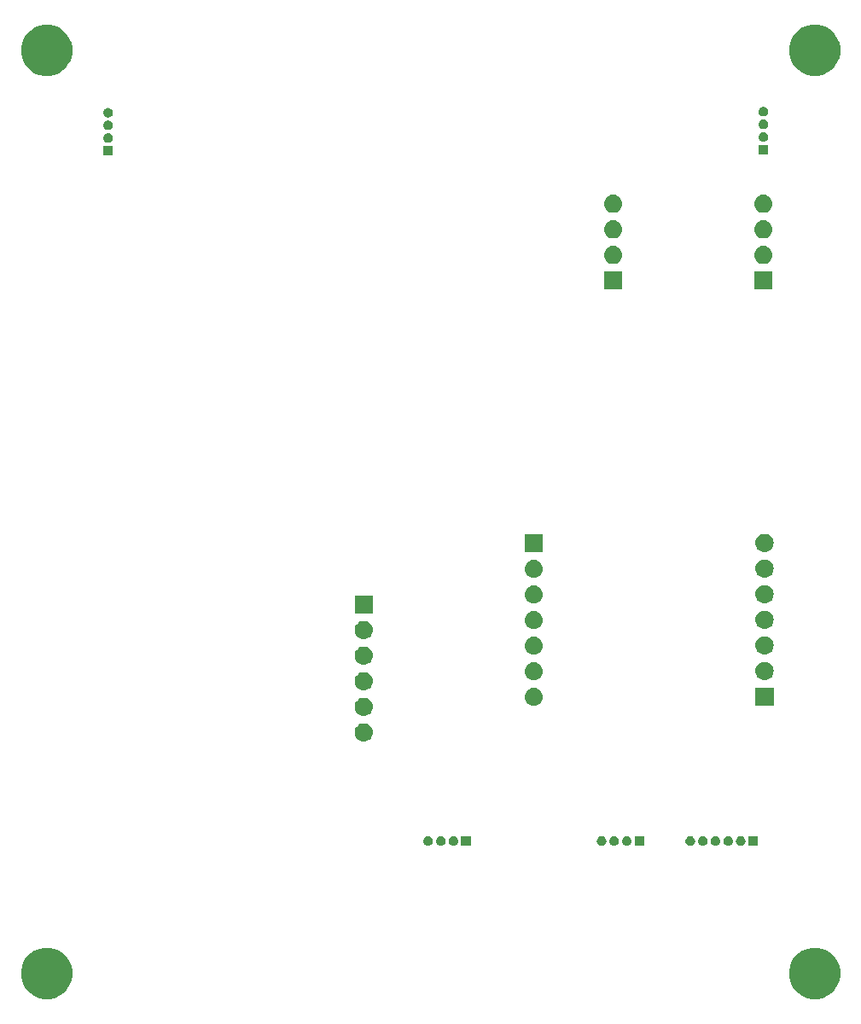
<source format=gbr>
G04 #@! TF.GenerationSoftware,KiCad,Pcbnew,(5.1.2)-2*
G04 #@! TF.CreationDate,2021-05-04T11:05:58-04:00*
G04 #@! TF.ProjectId,Magnetometer_A,4d61676e-6574-46f6-9d65-7465725f412e,rev?*
G04 #@! TF.SameCoordinates,Original*
G04 #@! TF.FileFunction,Soldermask,Bot*
G04 #@! TF.FilePolarity,Negative*
%FSLAX46Y46*%
G04 Gerber Fmt 4.6, Leading zero omitted, Abs format (unit mm)*
G04 Created by KiCad (PCBNEW (5.1.2)-2) date 2021-05-04 11:05:58*
%MOMM*%
%LPD*%
G04 APERTURE LIST*
%ADD10C,0.100000*%
G04 APERTURE END LIST*
D10*
G36*
X115844098Y-125297033D02*
G01*
X116308350Y-125489332D01*
X116308352Y-125489333D01*
X116726168Y-125768509D01*
X117081491Y-126123832D01*
X117360667Y-126541648D01*
X117360668Y-126541650D01*
X117552967Y-127005902D01*
X117651000Y-127498747D01*
X117651000Y-128001253D01*
X117552967Y-128494098D01*
X117360668Y-128958350D01*
X117360667Y-128958352D01*
X117081491Y-129376168D01*
X116726168Y-129731491D01*
X116308352Y-130010667D01*
X116308351Y-130010668D01*
X116308350Y-130010668D01*
X115844098Y-130202967D01*
X115351253Y-130301000D01*
X114848747Y-130301000D01*
X114355902Y-130202967D01*
X113891650Y-130010668D01*
X113891649Y-130010668D01*
X113891648Y-130010667D01*
X113473832Y-129731491D01*
X113118509Y-129376168D01*
X112839333Y-128958352D01*
X112839332Y-128958350D01*
X112647033Y-128494098D01*
X112549000Y-128001253D01*
X112549000Y-127498747D01*
X112647033Y-127005902D01*
X112839332Y-126541650D01*
X112839333Y-126541648D01*
X113118509Y-126123832D01*
X113473832Y-125768509D01*
X113891648Y-125489333D01*
X113891650Y-125489332D01*
X114355902Y-125297033D01*
X114848747Y-125199000D01*
X115351253Y-125199000D01*
X115844098Y-125297033D01*
X115844098Y-125297033D01*
G37*
G36*
X39644098Y-125297033D02*
G01*
X40108350Y-125489332D01*
X40108352Y-125489333D01*
X40526168Y-125768509D01*
X40881491Y-126123832D01*
X41160667Y-126541648D01*
X41160668Y-126541650D01*
X41352967Y-127005902D01*
X41451000Y-127498747D01*
X41451000Y-128001253D01*
X41352967Y-128494098D01*
X41160668Y-128958350D01*
X41160667Y-128958352D01*
X40881491Y-129376168D01*
X40526168Y-129731491D01*
X40108352Y-130010667D01*
X40108351Y-130010668D01*
X40108350Y-130010668D01*
X39644098Y-130202967D01*
X39151253Y-130301000D01*
X38648747Y-130301000D01*
X38155902Y-130202967D01*
X37691650Y-130010668D01*
X37691649Y-130010668D01*
X37691648Y-130010667D01*
X37273832Y-129731491D01*
X36918509Y-129376168D01*
X36639333Y-128958352D01*
X36639332Y-128958350D01*
X36447033Y-128494098D01*
X36349000Y-128001253D01*
X36349000Y-127498747D01*
X36447033Y-127005902D01*
X36639332Y-126541650D01*
X36639333Y-126541648D01*
X36918509Y-126123832D01*
X37273832Y-125768509D01*
X37691648Y-125489333D01*
X37691650Y-125489332D01*
X38155902Y-125297033D01*
X38648747Y-125199000D01*
X39151253Y-125199000D01*
X39644098Y-125297033D01*
X39644098Y-125297033D01*
G37*
G36*
X107888843Y-114142292D02*
G01*
X107939588Y-114163311D01*
X107975470Y-114178174D01*
X108053432Y-114230267D01*
X108119733Y-114296568D01*
X108171826Y-114374530D01*
X108171826Y-114374531D01*
X108207708Y-114461157D01*
X108226000Y-114553117D01*
X108226000Y-114646883D01*
X108207708Y-114738843D01*
X108186689Y-114789588D01*
X108171826Y-114825470D01*
X108119733Y-114903432D01*
X108053432Y-114969733D01*
X107975470Y-115021826D01*
X107939588Y-115036689D01*
X107888843Y-115057708D01*
X107796883Y-115076000D01*
X107703117Y-115076000D01*
X107611157Y-115057708D01*
X107560412Y-115036689D01*
X107524530Y-115021826D01*
X107446568Y-114969733D01*
X107380267Y-114903432D01*
X107328174Y-114825470D01*
X107313311Y-114789588D01*
X107292292Y-114738843D01*
X107274000Y-114646883D01*
X107274000Y-114553117D01*
X107292292Y-114461157D01*
X107328174Y-114374531D01*
X107328174Y-114374530D01*
X107380267Y-114296568D01*
X107446568Y-114230267D01*
X107524530Y-114178174D01*
X107560412Y-114163311D01*
X107611157Y-114142292D01*
X107703117Y-114124000D01*
X107796883Y-114124000D01*
X107888843Y-114142292D01*
X107888843Y-114142292D01*
G37*
G36*
X79388843Y-114142292D02*
G01*
X79439588Y-114163311D01*
X79475470Y-114178174D01*
X79553432Y-114230267D01*
X79619733Y-114296568D01*
X79671826Y-114374530D01*
X79671826Y-114374531D01*
X79707708Y-114461157D01*
X79726000Y-114553117D01*
X79726000Y-114646883D01*
X79707708Y-114738843D01*
X79686689Y-114789588D01*
X79671826Y-114825470D01*
X79619733Y-114903432D01*
X79553432Y-114969733D01*
X79475470Y-115021826D01*
X79439588Y-115036689D01*
X79388843Y-115057708D01*
X79296883Y-115076000D01*
X79203117Y-115076000D01*
X79111157Y-115057708D01*
X79060412Y-115036689D01*
X79024530Y-115021826D01*
X78946568Y-114969733D01*
X78880267Y-114903432D01*
X78828174Y-114825470D01*
X78813311Y-114789588D01*
X78792292Y-114738843D01*
X78774000Y-114646883D01*
X78774000Y-114553117D01*
X78792292Y-114461157D01*
X78828174Y-114374531D01*
X78828174Y-114374530D01*
X78880267Y-114296568D01*
X78946568Y-114230267D01*
X79024530Y-114178174D01*
X79060412Y-114163311D01*
X79111157Y-114142292D01*
X79203117Y-114124000D01*
X79296883Y-114124000D01*
X79388843Y-114142292D01*
X79388843Y-114142292D01*
G37*
G36*
X78138843Y-114142292D02*
G01*
X78189588Y-114163311D01*
X78225470Y-114178174D01*
X78303432Y-114230267D01*
X78369733Y-114296568D01*
X78421826Y-114374530D01*
X78421826Y-114374531D01*
X78457708Y-114461157D01*
X78476000Y-114553117D01*
X78476000Y-114646883D01*
X78457708Y-114738843D01*
X78436689Y-114789588D01*
X78421826Y-114825470D01*
X78369733Y-114903432D01*
X78303432Y-114969733D01*
X78225470Y-115021826D01*
X78189588Y-115036689D01*
X78138843Y-115057708D01*
X78046883Y-115076000D01*
X77953117Y-115076000D01*
X77861157Y-115057708D01*
X77810412Y-115036689D01*
X77774530Y-115021826D01*
X77696568Y-114969733D01*
X77630267Y-114903432D01*
X77578174Y-114825470D01*
X77563311Y-114789588D01*
X77542292Y-114738843D01*
X77524000Y-114646883D01*
X77524000Y-114553117D01*
X77542292Y-114461157D01*
X77578174Y-114374531D01*
X77578174Y-114374530D01*
X77630267Y-114296568D01*
X77696568Y-114230267D01*
X77774530Y-114178174D01*
X77810412Y-114163311D01*
X77861157Y-114142292D01*
X77953117Y-114124000D01*
X78046883Y-114124000D01*
X78138843Y-114142292D01*
X78138843Y-114142292D01*
G37*
G36*
X76888843Y-114142292D02*
G01*
X76939588Y-114163311D01*
X76975470Y-114178174D01*
X77053432Y-114230267D01*
X77119733Y-114296568D01*
X77171826Y-114374530D01*
X77171826Y-114374531D01*
X77207708Y-114461157D01*
X77226000Y-114553117D01*
X77226000Y-114646883D01*
X77207708Y-114738843D01*
X77186689Y-114789588D01*
X77171826Y-114825470D01*
X77119733Y-114903432D01*
X77053432Y-114969733D01*
X76975470Y-115021826D01*
X76939588Y-115036689D01*
X76888843Y-115057708D01*
X76796883Y-115076000D01*
X76703117Y-115076000D01*
X76611157Y-115057708D01*
X76560412Y-115036689D01*
X76524530Y-115021826D01*
X76446568Y-114969733D01*
X76380267Y-114903432D01*
X76328174Y-114825470D01*
X76313311Y-114789588D01*
X76292292Y-114738843D01*
X76274000Y-114646883D01*
X76274000Y-114553117D01*
X76292292Y-114461157D01*
X76328174Y-114374531D01*
X76328174Y-114374530D01*
X76380267Y-114296568D01*
X76446568Y-114230267D01*
X76524530Y-114178174D01*
X76560412Y-114163311D01*
X76611157Y-114142292D01*
X76703117Y-114124000D01*
X76796883Y-114124000D01*
X76888843Y-114142292D01*
X76888843Y-114142292D01*
G37*
G36*
X80976000Y-115076000D02*
G01*
X80024000Y-115076000D01*
X80024000Y-114124000D01*
X80976000Y-114124000D01*
X80976000Y-115076000D01*
X80976000Y-115076000D01*
G37*
G36*
X102888843Y-114142292D02*
G01*
X102939588Y-114163311D01*
X102975470Y-114178174D01*
X103053432Y-114230267D01*
X103119733Y-114296568D01*
X103171826Y-114374530D01*
X103171826Y-114374531D01*
X103207708Y-114461157D01*
X103226000Y-114553117D01*
X103226000Y-114646883D01*
X103207708Y-114738843D01*
X103186689Y-114789588D01*
X103171826Y-114825470D01*
X103119733Y-114903432D01*
X103053432Y-114969733D01*
X102975470Y-115021826D01*
X102939588Y-115036689D01*
X102888843Y-115057708D01*
X102796883Y-115076000D01*
X102703117Y-115076000D01*
X102611157Y-115057708D01*
X102560412Y-115036689D01*
X102524530Y-115021826D01*
X102446568Y-114969733D01*
X102380267Y-114903432D01*
X102328174Y-114825470D01*
X102313311Y-114789588D01*
X102292292Y-114738843D01*
X102274000Y-114646883D01*
X102274000Y-114553117D01*
X102292292Y-114461157D01*
X102328174Y-114374531D01*
X102328174Y-114374530D01*
X102380267Y-114296568D01*
X102446568Y-114230267D01*
X102524530Y-114178174D01*
X102560412Y-114163311D01*
X102611157Y-114142292D01*
X102703117Y-114124000D01*
X102796883Y-114124000D01*
X102888843Y-114142292D01*
X102888843Y-114142292D01*
G37*
G36*
X104138843Y-114142292D02*
G01*
X104189588Y-114163311D01*
X104225470Y-114178174D01*
X104303432Y-114230267D01*
X104369733Y-114296568D01*
X104421826Y-114374530D01*
X104421826Y-114374531D01*
X104457708Y-114461157D01*
X104476000Y-114553117D01*
X104476000Y-114646883D01*
X104457708Y-114738843D01*
X104436689Y-114789588D01*
X104421826Y-114825470D01*
X104369733Y-114903432D01*
X104303432Y-114969733D01*
X104225470Y-115021826D01*
X104189588Y-115036689D01*
X104138843Y-115057708D01*
X104046883Y-115076000D01*
X103953117Y-115076000D01*
X103861157Y-115057708D01*
X103810412Y-115036689D01*
X103774530Y-115021826D01*
X103696568Y-114969733D01*
X103630267Y-114903432D01*
X103578174Y-114825470D01*
X103563311Y-114789588D01*
X103542292Y-114738843D01*
X103524000Y-114646883D01*
X103524000Y-114553117D01*
X103542292Y-114461157D01*
X103578174Y-114374531D01*
X103578174Y-114374530D01*
X103630267Y-114296568D01*
X103696568Y-114230267D01*
X103774530Y-114178174D01*
X103810412Y-114163311D01*
X103861157Y-114142292D01*
X103953117Y-114124000D01*
X104046883Y-114124000D01*
X104138843Y-114142292D01*
X104138843Y-114142292D01*
G37*
G36*
X109476000Y-115076000D02*
G01*
X108524000Y-115076000D01*
X108524000Y-114124000D01*
X109476000Y-114124000D01*
X109476000Y-115076000D01*
X109476000Y-115076000D01*
G37*
G36*
X98176000Y-115076000D02*
G01*
X97224000Y-115076000D01*
X97224000Y-114124000D01*
X98176000Y-114124000D01*
X98176000Y-115076000D01*
X98176000Y-115076000D01*
G37*
G36*
X96588843Y-114142292D02*
G01*
X96639588Y-114163311D01*
X96675470Y-114178174D01*
X96753432Y-114230267D01*
X96819733Y-114296568D01*
X96871826Y-114374530D01*
X96871826Y-114374531D01*
X96907708Y-114461157D01*
X96926000Y-114553117D01*
X96926000Y-114646883D01*
X96907708Y-114738843D01*
X96886689Y-114789588D01*
X96871826Y-114825470D01*
X96819733Y-114903432D01*
X96753432Y-114969733D01*
X96675470Y-115021826D01*
X96639588Y-115036689D01*
X96588843Y-115057708D01*
X96496883Y-115076000D01*
X96403117Y-115076000D01*
X96311157Y-115057708D01*
X96260412Y-115036689D01*
X96224530Y-115021826D01*
X96146568Y-114969733D01*
X96080267Y-114903432D01*
X96028174Y-114825470D01*
X96013311Y-114789588D01*
X95992292Y-114738843D01*
X95974000Y-114646883D01*
X95974000Y-114553117D01*
X95992292Y-114461157D01*
X96028174Y-114374531D01*
X96028174Y-114374530D01*
X96080267Y-114296568D01*
X96146568Y-114230267D01*
X96224530Y-114178174D01*
X96260412Y-114163311D01*
X96311157Y-114142292D01*
X96403117Y-114124000D01*
X96496883Y-114124000D01*
X96588843Y-114142292D01*
X96588843Y-114142292D01*
G37*
G36*
X106638843Y-114142292D02*
G01*
X106689588Y-114163311D01*
X106725470Y-114178174D01*
X106803432Y-114230267D01*
X106869733Y-114296568D01*
X106921826Y-114374530D01*
X106921826Y-114374531D01*
X106957708Y-114461157D01*
X106976000Y-114553117D01*
X106976000Y-114646883D01*
X106957708Y-114738843D01*
X106936689Y-114789588D01*
X106921826Y-114825470D01*
X106869733Y-114903432D01*
X106803432Y-114969733D01*
X106725470Y-115021826D01*
X106689588Y-115036689D01*
X106638843Y-115057708D01*
X106546883Y-115076000D01*
X106453117Y-115076000D01*
X106361157Y-115057708D01*
X106310412Y-115036689D01*
X106274530Y-115021826D01*
X106196568Y-114969733D01*
X106130267Y-114903432D01*
X106078174Y-114825470D01*
X106063311Y-114789588D01*
X106042292Y-114738843D01*
X106024000Y-114646883D01*
X106024000Y-114553117D01*
X106042292Y-114461157D01*
X106078174Y-114374531D01*
X106078174Y-114374530D01*
X106130267Y-114296568D01*
X106196568Y-114230267D01*
X106274530Y-114178174D01*
X106310412Y-114163311D01*
X106361157Y-114142292D01*
X106453117Y-114124000D01*
X106546883Y-114124000D01*
X106638843Y-114142292D01*
X106638843Y-114142292D01*
G37*
G36*
X94088843Y-114142292D02*
G01*
X94139588Y-114163311D01*
X94175470Y-114178174D01*
X94253432Y-114230267D01*
X94319733Y-114296568D01*
X94371826Y-114374530D01*
X94371826Y-114374531D01*
X94407708Y-114461157D01*
X94426000Y-114553117D01*
X94426000Y-114646883D01*
X94407708Y-114738843D01*
X94386689Y-114789588D01*
X94371826Y-114825470D01*
X94319733Y-114903432D01*
X94253432Y-114969733D01*
X94175470Y-115021826D01*
X94139588Y-115036689D01*
X94088843Y-115057708D01*
X93996883Y-115076000D01*
X93903117Y-115076000D01*
X93811157Y-115057708D01*
X93760412Y-115036689D01*
X93724530Y-115021826D01*
X93646568Y-114969733D01*
X93580267Y-114903432D01*
X93528174Y-114825470D01*
X93513311Y-114789588D01*
X93492292Y-114738843D01*
X93474000Y-114646883D01*
X93474000Y-114553117D01*
X93492292Y-114461157D01*
X93528174Y-114374531D01*
X93528174Y-114374530D01*
X93580267Y-114296568D01*
X93646568Y-114230267D01*
X93724530Y-114178174D01*
X93760412Y-114163311D01*
X93811157Y-114142292D01*
X93903117Y-114124000D01*
X93996883Y-114124000D01*
X94088843Y-114142292D01*
X94088843Y-114142292D01*
G37*
G36*
X105388843Y-114142292D02*
G01*
X105439588Y-114163311D01*
X105475470Y-114178174D01*
X105553432Y-114230267D01*
X105619733Y-114296568D01*
X105671826Y-114374530D01*
X105671826Y-114374531D01*
X105707708Y-114461157D01*
X105726000Y-114553117D01*
X105726000Y-114646883D01*
X105707708Y-114738843D01*
X105686689Y-114789588D01*
X105671826Y-114825470D01*
X105619733Y-114903432D01*
X105553432Y-114969733D01*
X105475470Y-115021826D01*
X105439588Y-115036689D01*
X105388843Y-115057708D01*
X105296883Y-115076000D01*
X105203117Y-115076000D01*
X105111157Y-115057708D01*
X105060412Y-115036689D01*
X105024530Y-115021826D01*
X104946568Y-114969733D01*
X104880267Y-114903432D01*
X104828174Y-114825470D01*
X104813311Y-114789588D01*
X104792292Y-114738843D01*
X104774000Y-114646883D01*
X104774000Y-114553117D01*
X104792292Y-114461157D01*
X104828174Y-114374531D01*
X104828174Y-114374530D01*
X104880267Y-114296568D01*
X104946568Y-114230267D01*
X105024530Y-114178174D01*
X105060412Y-114163311D01*
X105111157Y-114142292D01*
X105203117Y-114124000D01*
X105296883Y-114124000D01*
X105388843Y-114142292D01*
X105388843Y-114142292D01*
G37*
G36*
X95338843Y-114142292D02*
G01*
X95389588Y-114163311D01*
X95425470Y-114178174D01*
X95503432Y-114230267D01*
X95569733Y-114296568D01*
X95621826Y-114374530D01*
X95621826Y-114374531D01*
X95657708Y-114461157D01*
X95676000Y-114553117D01*
X95676000Y-114646883D01*
X95657708Y-114738843D01*
X95636689Y-114789588D01*
X95621826Y-114825470D01*
X95569733Y-114903432D01*
X95503432Y-114969733D01*
X95425470Y-115021826D01*
X95389588Y-115036689D01*
X95338843Y-115057708D01*
X95246883Y-115076000D01*
X95153117Y-115076000D01*
X95061157Y-115057708D01*
X95010412Y-115036689D01*
X94974530Y-115021826D01*
X94896568Y-114969733D01*
X94830267Y-114903432D01*
X94778174Y-114825470D01*
X94763311Y-114789588D01*
X94742292Y-114738843D01*
X94724000Y-114646883D01*
X94724000Y-114553117D01*
X94742292Y-114461157D01*
X94778174Y-114374531D01*
X94778174Y-114374530D01*
X94830267Y-114296568D01*
X94896568Y-114230267D01*
X94974530Y-114178174D01*
X95010412Y-114163311D01*
X95061157Y-114142292D01*
X95153117Y-114124000D01*
X95246883Y-114124000D01*
X95338843Y-114142292D01*
X95338843Y-114142292D01*
G37*
G36*
X70460443Y-102935519D02*
G01*
X70526627Y-102942037D01*
X70696466Y-102993557D01*
X70852991Y-103077222D01*
X70888729Y-103106552D01*
X70990186Y-103189814D01*
X71073448Y-103291271D01*
X71102778Y-103327009D01*
X71186443Y-103483534D01*
X71237963Y-103653373D01*
X71255359Y-103830000D01*
X71237963Y-104006627D01*
X71186443Y-104176466D01*
X71102778Y-104332991D01*
X71073448Y-104368729D01*
X70990186Y-104470186D01*
X70888729Y-104553448D01*
X70852991Y-104582778D01*
X70696466Y-104666443D01*
X70526627Y-104717963D01*
X70460443Y-104724481D01*
X70394260Y-104731000D01*
X70305740Y-104731000D01*
X70239557Y-104724481D01*
X70173373Y-104717963D01*
X70003534Y-104666443D01*
X69847009Y-104582778D01*
X69811271Y-104553448D01*
X69709814Y-104470186D01*
X69626552Y-104368729D01*
X69597222Y-104332991D01*
X69513557Y-104176466D01*
X69462037Y-104006627D01*
X69444641Y-103830000D01*
X69462037Y-103653373D01*
X69513557Y-103483534D01*
X69597222Y-103327009D01*
X69626552Y-103291271D01*
X69709814Y-103189814D01*
X69811271Y-103106552D01*
X69847009Y-103077222D01*
X70003534Y-102993557D01*
X70173373Y-102942037D01*
X70239558Y-102935518D01*
X70305740Y-102929000D01*
X70394260Y-102929000D01*
X70460443Y-102935519D01*
X70460443Y-102935519D01*
G37*
G36*
X70460442Y-100395518D02*
G01*
X70526627Y-100402037D01*
X70696466Y-100453557D01*
X70852991Y-100537222D01*
X70888729Y-100566552D01*
X70990186Y-100649814D01*
X71073448Y-100751271D01*
X71102778Y-100787009D01*
X71186443Y-100943534D01*
X71237963Y-101113373D01*
X71255359Y-101290000D01*
X71237963Y-101466627D01*
X71186443Y-101636466D01*
X71102778Y-101792991D01*
X71073448Y-101828729D01*
X70990186Y-101930186D01*
X70888729Y-102013448D01*
X70852991Y-102042778D01*
X70696466Y-102126443D01*
X70526627Y-102177963D01*
X70460443Y-102184481D01*
X70394260Y-102191000D01*
X70305740Y-102191000D01*
X70239557Y-102184481D01*
X70173373Y-102177963D01*
X70003534Y-102126443D01*
X69847009Y-102042778D01*
X69811271Y-102013448D01*
X69709814Y-101930186D01*
X69626552Y-101828729D01*
X69597222Y-101792991D01*
X69513557Y-101636466D01*
X69462037Y-101466627D01*
X69444641Y-101290000D01*
X69462037Y-101113373D01*
X69513557Y-100943534D01*
X69597222Y-100787009D01*
X69626552Y-100751271D01*
X69709814Y-100649814D01*
X69811271Y-100566552D01*
X69847009Y-100537222D01*
X70003534Y-100453557D01*
X70173373Y-100402037D01*
X70239558Y-100395518D01*
X70305740Y-100389000D01*
X70394260Y-100389000D01*
X70460442Y-100395518D01*
X70460442Y-100395518D01*
G37*
G36*
X87330442Y-99415518D02*
G01*
X87396627Y-99422037D01*
X87566466Y-99473557D01*
X87722991Y-99557222D01*
X87758595Y-99586442D01*
X87860186Y-99669814D01*
X87943448Y-99771271D01*
X87972778Y-99807009D01*
X88056443Y-99963534D01*
X88107963Y-100133373D01*
X88125359Y-100310000D01*
X88107963Y-100486627D01*
X88056443Y-100656466D01*
X87972778Y-100812991D01*
X87943448Y-100848729D01*
X87860186Y-100950186D01*
X87758729Y-101033448D01*
X87722991Y-101062778D01*
X87566466Y-101146443D01*
X87396627Y-101197963D01*
X87330443Y-101204481D01*
X87264260Y-101211000D01*
X87175740Y-101211000D01*
X87109557Y-101204481D01*
X87043373Y-101197963D01*
X86873534Y-101146443D01*
X86717009Y-101062778D01*
X86681271Y-101033448D01*
X86579814Y-100950186D01*
X86496552Y-100848729D01*
X86467222Y-100812991D01*
X86383557Y-100656466D01*
X86332037Y-100486627D01*
X86314641Y-100310000D01*
X86332037Y-100133373D01*
X86383557Y-99963534D01*
X86467222Y-99807009D01*
X86496552Y-99771271D01*
X86579814Y-99669814D01*
X86681405Y-99586442D01*
X86717009Y-99557222D01*
X86873534Y-99473557D01*
X87043373Y-99422037D01*
X87109558Y-99415518D01*
X87175740Y-99409000D01*
X87264260Y-99409000D01*
X87330442Y-99415518D01*
X87330442Y-99415518D01*
G37*
G36*
X111021000Y-101181000D02*
G01*
X109219000Y-101181000D01*
X109219000Y-99379000D01*
X111021000Y-99379000D01*
X111021000Y-101181000D01*
X111021000Y-101181000D01*
G37*
G36*
X70460443Y-97855519D02*
G01*
X70526627Y-97862037D01*
X70696466Y-97913557D01*
X70852991Y-97997222D01*
X70888729Y-98026552D01*
X70990186Y-98109814D01*
X71073448Y-98211271D01*
X71102778Y-98247009D01*
X71186443Y-98403534D01*
X71237963Y-98573373D01*
X71255359Y-98750000D01*
X71237963Y-98926627D01*
X71186443Y-99096466D01*
X71102778Y-99252991D01*
X71073448Y-99288729D01*
X70990186Y-99390186D01*
X70888729Y-99473448D01*
X70852991Y-99502778D01*
X70696466Y-99586443D01*
X70526627Y-99637963D01*
X70460443Y-99644481D01*
X70394260Y-99651000D01*
X70305740Y-99651000D01*
X70239557Y-99644481D01*
X70173373Y-99637963D01*
X70003534Y-99586443D01*
X69847009Y-99502778D01*
X69811271Y-99473448D01*
X69709814Y-99390186D01*
X69626552Y-99288729D01*
X69597222Y-99252991D01*
X69513557Y-99096466D01*
X69462037Y-98926627D01*
X69444641Y-98750000D01*
X69462037Y-98573373D01*
X69513557Y-98403534D01*
X69597222Y-98247009D01*
X69626552Y-98211271D01*
X69709814Y-98109814D01*
X69811271Y-98026552D01*
X69847009Y-97997222D01*
X70003534Y-97913557D01*
X70173373Y-97862037D01*
X70239557Y-97855519D01*
X70305740Y-97849000D01*
X70394260Y-97849000D01*
X70460443Y-97855519D01*
X70460443Y-97855519D01*
G37*
G36*
X87330443Y-96875519D02*
G01*
X87396627Y-96882037D01*
X87566466Y-96933557D01*
X87722991Y-97017222D01*
X87758595Y-97046442D01*
X87860186Y-97129814D01*
X87943448Y-97231271D01*
X87972778Y-97267009D01*
X87972779Y-97267011D01*
X88040407Y-97393532D01*
X88056443Y-97423534D01*
X88107963Y-97593373D01*
X88125359Y-97770000D01*
X88107963Y-97946627D01*
X88056443Y-98116466D01*
X87972778Y-98272991D01*
X87943448Y-98308729D01*
X87860186Y-98410186D01*
X87759546Y-98492778D01*
X87722991Y-98522778D01*
X87722989Y-98522779D01*
X87622594Y-98576442D01*
X87566466Y-98606443D01*
X87396627Y-98657963D01*
X87330442Y-98664482D01*
X87264260Y-98671000D01*
X87175740Y-98671000D01*
X87109558Y-98664482D01*
X87043373Y-98657963D01*
X86873534Y-98606443D01*
X86817407Y-98576442D01*
X86717011Y-98522779D01*
X86717009Y-98522778D01*
X86680454Y-98492778D01*
X86579814Y-98410186D01*
X86496552Y-98308729D01*
X86467222Y-98272991D01*
X86383557Y-98116466D01*
X86332037Y-97946627D01*
X86314641Y-97770000D01*
X86332037Y-97593373D01*
X86383557Y-97423534D01*
X86399594Y-97393532D01*
X86467221Y-97267011D01*
X86467222Y-97267009D01*
X86496552Y-97231271D01*
X86579814Y-97129814D01*
X86681405Y-97046442D01*
X86717009Y-97017222D01*
X86873534Y-96933557D01*
X87043373Y-96882037D01*
X87109557Y-96875519D01*
X87175740Y-96869000D01*
X87264260Y-96869000D01*
X87330443Y-96875519D01*
X87330443Y-96875519D01*
G37*
G36*
X110230442Y-96845518D02*
G01*
X110296627Y-96852037D01*
X110466466Y-96903557D01*
X110466468Y-96903558D01*
X110544729Y-96945390D01*
X110622991Y-96987222D01*
X110658729Y-97016552D01*
X110760186Y-97099814D01*
X110843448Y-97201271D01*
X110872778Y-97237009D01*
X110956443Y-97393534D01*
X111007963Y-97563373D01*
X111025359Y-97740000D01*
X111007963Y-97916627D01*
X110956443Y-98086466D01*
X110956442Y-98086468D01*
X110914611Y-98164728D01*
X110872778Y-98242991D01*
X110848159Y-98272989D01*
X110760186Y-98380186D01*
X110658729Y-98463448D01*
X110622991Y-98492778D01*
X110466466Y-98576443D01*
X110296627Y-98627963D01*
X110230443Y-98634481D01*
X110164260Y-98641000D01*
X110075740Y-98641000D01*
X110009558Y-98634482D01*
X109943373Y-98627963D01*
X109773534Y-98576443D01*
X109617009Y-98492778D01*
X109581271Y-98463448D01*
X109479814Y-98380186D01*
X109391841Y-98272989D01*
X109367222Y-98242991D01*
X109325390Y-98164729D01*
X109283558Y-98086468D01*
X109283557Y-98086466D01*
X109232037Y-97916627D01*
X109214641Y-97740000D01*
X109232037Y-97563373D01*
X109283557Y-97393534D01*
X109367222Y-97237009D01*
X109396552Y-97201271D01*
X109479814Y-97099814D01*
X109581271Y-97016552D01*
X109617009Y-96987222D01*
X109695271Y-96945390D01*
X109773532Y-96903558D01*
X109773534Y-96903557D01*
X109943373Y-96852037D01*
X110009558Y-96845518D01*
X110075740Y-96839000D01*
X110164260Y-96839000D01*
X110230442Y-96845518D01*
X110230442Y-96845518D01*
G37*
G36*
X70460443Y-95315519D02*
G01*
X70526627Y-95322037D01*
X70696466Y-95373557D01*
X70852991Y-95457222D01*
X70888729Y-95486552D01*
X70990186Y-95569814D01*
X71073448Y-95671271D01*
X71102778Y-95707009D01*
X71186443Y-95863534D01*
X71237963Y-96033373D01*
X71255359Y-96210000D01*
X71237963Y-96386627D01*
X71186443Y-96556466D01*
X71102778Y-96712991D01*
X71073448Y-96748729D01*
X70990186Y-96850186D01*
X70888729Y-96933448D01*
X70852991Y-96962778D01*
X70696466Y-97046443D01*
X70526627Y-97097963D01*
X70460442Y-97104482D01*
X70394260Y-97111000D01*
X70305740Y-97111000D01*
X70239558Y-97104482D01*
X70173373Y-97097963D01*
X70003534Y-97046443D01*
X69847009Y-96962778D01*
X69811271Y-96933448D01*
X69709814Y-96850186D01*
X69626552Y-96748729D01*
X69597222Y-96712991D01*
X69513557Y-96556466D01*
X69462037Y-96386627D01*
X69444641Y-96210000D01*
X69462037Y-96033373D01*
X69513557Y-95863534D01*
X69597222Y-95707009D01*
X69626552Y-95671271D01*
X69709814Y-95569814D01*
X69811271Y-95486552D01*
X69847009Y-95457222D01*
X70003534Y-95373557D01*
X70173373Y-95322037D01*
X70239557Y-95315519D01*
X70305740Y-95309000D01*
X70394260Y-95309000D01*
X70460443Y-95315519D01*
X70460443Y-95315519D01*
G37*
G36*
X87330442Y-94335518D02*
G01*
X87396627Y-94342037D01*
X87566466Y-94393557D01*
X87722991Y-94477222D01*
X87758595Y-94506442D01*
X87860186Y-94589814D01*
X87943448Y-94691271D01*
X87972778Y-94727009D01*
X87972779Y-94727011D01*
X88040407Y-94853532D01*
X88056443Y-94883534D01*
X88107963Y-95053373D01*
X88125359Y-95230000D01*
X88107963Y-95406627D01*
X88056443Y-95576466D01*
X87972778Y-95732991D01*
X87943448Y-95768729D01*
X87860186Y-95870186D01*
X87759546Y-95952778D01*
X87722991Y-95982778D01*
X87722989Y-95982779D01*
X87622594Y-96036442D01*
X87566466Y-96066443D01*
X87396627Y-96117963D01*
X87330442Y-96124482D01*
X87264260Y-96131000D01*
X87175740Y-96131000D01*
X87109558Y-96124482D01*
X87043373Y-96117963D01*
X86873534Y-96066443D01*
X86817407Y-96036442D01*
X86717011Y-95982779D01*
X86717009Y-95982778D01*
X86680454Y-95952778D01*
X86579814Y-95870186D01*
X86496552Y-95768729D01*
X86467222Y-95732991D01*
X86383557Y-95576466D01*
X86332037Y-95406627D01*
X86314641Y-95230000D01*
X86332037Y-95053373D01*
X86383557Y-94883534D01*
X86399594Y-94853532D01*
X86467221Y-94727011D01*
X86467222Y-94727009D01*
X86496552Y-94691271D01*
X86579814Y-94589814D01*
X86681405Y-94506442D01*
X86717009Y-94477222D01*
X86873534Y-94393557D01*
X87043373Y-94342037D01*
X87109558Y-94335518D01*
X87175740Y-94329000D01*
X87264260Y-94329000D01*
X87330442Y-94335518D01*
X87330442Y-94335518D01*
G37*
G36*
X110230443Y-94305519D02*
G01*
X110296627Y-94312037D01*
X110466466Y-94363557D01*
X110466468Y-94363558D01*
X110544729Y-94405390D01*
X110622991Y-94447222D01*
X110658729Y-94476552D01*
X110760186Y-94559814D01*
X110843448Y-94661271D01*
X110872778Y-94697009D01*
X110956443Y-94853534D01*
X111007963Y-95023373D01*
X111025359Y-95200000D01*
X111007963Y-95376627D01*
X110956443Y-95546466D01*
X110956442Y-95546468D01*
X110914610Y-95624729D01*
X110872778Y-95702991D01*
X110848159Y-95732989D01*
X110760186Y-95840186D01*
X110658729Y-95923448D01*
X110622991Y-95952778D01*
X110466466Y-96036443D01*
X110296627Y-96087963D01*
X110230443Y-96094481D01*
X110164260Y-96101000D01*
X110075740Y-96101000D01*
X110009557Y-96094481D01*
X109943373Y-96087963D01*
X109773534Y-96036443D01*
X109617009Y-95952778D01*
X109581271Y-95923448D01*
X109479814Y-95840186D01*
X109391841Y-95732989D01*
X109367222Y-95702991D01*
X109325390Y-95624729D01*
X109283558Y-95546468D01*
X109283557Y-95546466D01*
X109232037Y-95376627D01*
X109214641Y-95200000D01*
X109232037Y-95023373D01*
X109283557Y-94853534D01*
X109367222Y-94697009D01*
X109396552Y-94661271D01*
X109479814Y-94559814D01*
X109581271Y-94476552D01*
X109617009Y-94447222D01*
X109695271Y-94405390D01*
X109773532Y-94363558D01*
X109773534Y-94363557D01*
X109943373Y-94312037D01*
X110009557Y-94305519D01*
X110075740Y-94299000D01*
X110164260Y-94299000D01*
X110230443Y-94305519D01*
X110230443Y-94305519D01*
G37*
G36*
X70460442Y-92775518D02*
G01*
X70526627Y-92782037D01*
X70696466Y-92833557D01*
X70852991Y-92917222D01*
X70888729Y-92946552D01*
X70990186Y-93029814D01*
X71073448Y-93131271D01*
X71102778Y-93167009D01*
X71186443Y-93323534D01*
X71237963Y-93493373D01*
X71255359Y-93670000D01*
X71237963Y-93846627D01*
X71186443Y-94016466D01*
X71102778Y-94172991D01*
X71073448Y-94208729D01*
X70990186Y-94310186D01*
X70888729Y-94393448D01*
X70852991Y-94422778D01*
X70696466Y-94506443D01*
X70526627Y-94557963D01*
X70460442Y-94564482D01*
X70394260Y-94571000D01*
X70305740Y-94571000D01*
X70239558Y-94564482D01*
X70173373Y-94557963D01*
X70003534Y-94506443D01*
X69847009Y-94422778D01*
X69811271Y-94393448D01*
X69709814Y-94310186D01*
X69626552Y-94208729D01*
X69597222Y-94172991D01*
X69513557Y-94016466D01*
X69462037Y-93846627D01*
X69444641Y-93670000D01*
X69462037Y-93493373D01*
X69513557Y-93323534D01*
X69597222Y-93167009D01*
X69626552Y-93131271D01*
X69709814Y-93029814D01*
X69811271Y-92946552D01*
X69847009Y-92917222D01*
X70003534Y-92833557D01*
X70173373Y-92782037D01*
X70239558Y-92775518D01*
X70305740Y-92769000D01*
X70394260Y-92769000D01*
X70460442Y-92775518D01*
X70460442Y-92775518D01*
G37*
G36*
X87330443Y-91795519D02*
G01*
X87396627Y-91802037D01*
X87566466Y-91853557D01*
X87722991Y-91937222D01*
X87758729Y-91966552D01*
X87860186Y-92049814D01*
X87943448Y-92151271D01*
X87972778Y-92187009D01*
X87972779Y-92187011D01*
X88040407Y-92313532D01*
X88056443Y-92343534D01*
X88107963Y-92513373D01*
X88125359Y-92690000D01*
X88107963Y-92866627D01*
X88056443Y-93036466D01*
X87972778Y-93192991D01*
X87943448Y-93228729D01*
X87860186Y-93330186D01*
X87759546Y-93412778D01*
X87722991Y-93442778D01*
X87722989Y-93442779D01*
X87622594Y-93496442D01*
X87566466Y-93526443D01*
X87396627Y-93577963D01*
X87330443Y-93584481D01*
X87264260Y-93591000D01*
X87175740Y-93591000D01*
X87109557Y-93584481D01*
X87043373Y-93577963D01*
X86873534Y-93526443D01*
X86817407Y-93496442D01*
X86717011Y-93442779D01*
X86717009Y-93442778D01*
X86680454Y-93412778D01*
X86579814Y-93330186D01*
X86496552Y-93228729D01*
X86467222Y-93192991D01*
X86383557Y-93036466D01*
X86332037Y-92866627D01*
X86314641Y-92690000D01*
X86332037Y-92513373D01*
X86383557Y-92343534D01*
X86399594Y-92313532D01*
X86467221Y-92187011D01*
X86467222Y-92187009D01*
X86496552Y-92151271D01*
X86579814Y-92049814D01*
X86681271Y-91966552D01*
X86717009Y-91937222D01*
X86873534Y-91853557D01*
X87043373Y-91802037D01*
X87109557Y-91795519D01*
X87175740Y-91789000D01*
X87264260Y-91789000D01*
X87330443Y-91795519D01*
X87330443Y-91795519D01*
G37*
G36*
X110230443Y-91765519D02*
G01*
X110296627Y-91772037D01*
X110466466Y-91823557D01*
X110466468Y-91823558D01*
X110544729Y-91865390D01*
X110622991Y-91907222D01*
X110658729Y-91936552D01*
X110760186Y-92019814D01*
X110843448Y-92121271D01*
X110872778Y-92157009D01*
X110956443Y-92313534D01*
X111007963Y-92483373D01*
X111025359Y-92660000D01*
X111007963Y-92836627D01*
X110956443Y-93006466D01*
X110956442Y-93006468D01*
X110914610Y-93084729D01*
X110872778Y-93162991D01*
X110848159Y-93192989D01*
X110760186Y-93300186D01*
X110658729Y-93383448D01*
X110622991Y-93412778D01*
X110466466Y-93496443D01*
X110296627Y-93547963D01*
X110230443Y-93554481D01*
X110164260Y-93561000D01*
X110075740Y-93561000D01*
X110009557Y-93554481D01*
X109943373Y-93547963D01*
X109773534Y-93496443D01*
X109617009Y-93412778D01*
X109581271Y-93383448D01*
X109479814Y-93300186D01*
X109391841Y-93192989D01*
X109367222Y-93162991D01*
X109325390Y-93084729D01*
X109283558Y-93006468D01*
X109283557Y-93006466D01*
X109232037Y-92836627D01*
X109214641Y-92660000D01*
X109232037Y-92483373D01*
X109283557Y-92313534D01*
X109367222Y-92157009D01*
X109396552Y-92121271D01*
X109479814Y-92019814D01*
X109581271Y-91936552D01*
X109617009Y-91907222D01*
X109695271Y-91865390D01*
X109773532Y-91823558D01*
X109773534Y-91823557D01*
X109943373Y-91772037D01*
X110009557Y-91765519D01*
X110075740Y-91759000D01*
X110164260Y-91759000D01*
X110230443Y-91765519D01*
X110230443Y-91765519D01*
G37*
G36*
X71251000Y-92031000D02*
G01*
X69449000Y-92031000D01*
X69449000Y-90229000D01*
X71251000Y-90229000D01*
X71251000Y-92031000D01*
X71251000Y-92031000D01*
G37*
G36*
X87330442Y-89255518D02*
G01*
X87396627Y-89262037D01*
X87566466Y-89313557D01*
X87722991Y-89397222D01*
X87758729Y-89426552D01*
X87860186Y-89509814D01*
X87943448Y-89611271D01*
X87972778Y-89647009D01*
X87972779Y-89647011D01*
X88040407Y-89773532D01*
X88056443Y-89803534D01*
X88107963Y-89973373D01*
X88125359Y-90150000D01*
X88107963Y-90326627D01*
X88056443Y-90496466D01*
X87972778Y-90652991D01*
X87943448Y-90688729D01*
X87860186Y-90790186D01*
X87759546Y-90872778D01*
X87722991Y-90902778D01*
X87722989Y-90902779D01*
X87622594Y-90956442D01*
X87566466Y-90986443D01*
X87396627Y-91037963D01*
X87330443Y-91044481D01*
X87264260Y-91051000D01*
X87175740Y-91051000D01*
X87109557Y-91044481D01*
X87043373Y-91037963D01*
X86873534Y-90986443D01*
X86817407Y-90956442D01*
X86717011Y-90902779D01*
X86717009Y-90902778D01*
X86680454Y-90872778D01*
X86579814Y-90790186D01*
X86496552Y-90688729D01*
X86467222Y-90652991D01*
X86383557Y-90496466D01*
X86332037Y-90326627D01*
X86314641Y-90150000D01*
X86332037Y-89973373D01*
X86383557Y-89803534D01*
X86399594Y-89773532D01*
X86467221Y-89647011D01*
X86467222Y-89647009D01*
X86496552Y-89611271D01*
X86579814Y-89509814D01*
X86681271Y-89426552D01*
X86717009Y-89397222D01*
X86873534Y-89313557D01*
X87043373Y-89262037D01*
X87109558Y-89255518D01*
X87175740Y-89249000D01*
X87264260Y-89249000D01*
X87330442Y-89255518D01*
X87330442Y-89255518D01*
G37*
G36*
X110230443Y-89225519D02*
G01*
X110296627Y-89232037D01*
X110466466Y-89283557D01*
X110466468Y-89283558D01*
X110544729Y-89325390D01*
X110622991Y-89367222D01*
X110658729Y-89396552D01*
X110760186Y-89479814D01*
X110843448Y-89581271D01*
X110872778Y-89617009D01*
X110956443Y-89773534D01*
X111007963Y-89943373D01*
X111025359Y-90120000D01*
X111007963Y-90296627D01*
X110956443Y-90466466D01*
X110956442Y-90466468D01*
X110914611Y-90544728D01*
X110872778Y-90622991D01*
X110848159Y-90652989D01*
X110760186Y-90760186D01*
X110658729Y-90843448D01*
X110622991Y-90872778D01*
X110466466Y-90956443D01*
X110296627Y-91007963D01*
X110230443Y-91014481D01*
X110164260Y-91021000D01*
X110075740Y-91021000D01*
X110009557Y-91014481D01*
X109943373Y-91007963D01*
X109773534Y-90956443D01*
X109617009Y-90872778D01*
X109581271Y-90843448D01*
X109479814Y-90760186D01*
X109391841Y-90652989D01*
X109367222Y-90622991D01*
X109325390Y-90544729D01*
X109283558Y-90466468D01*
X109283557Y-90466466D01*
X109232037Y-90296627D01*
X109214641Y-90120000D01*
X109232037Y-89943373D01*
X109283557Y-89773534D01*
X109367222Y-89617009D01*
X109396552Y-89581271D01*
X109479814Y-89479814D01*
X109581271Y-89396552D01*
X109617009Y-89367222D01*
X109695272Y-89325389D01*
X109773532Y-89283558D01*
X109773534Y-89283557D01*
X109943373Y-89232037D01*
X110009557Y-89225519D01*
X110075740Y-89219000D01*
X110164260Y-89219000D01*
X110230443Y-89225519D01*
X110230443Y-89225519D01*
G37*
G36*
X87330443Y-86715519D02*
G01*
X87396627Y-86722037D01*
X87566466Y-86773557D01*
X87722991Y-86857222D01*
X87758729Y-86886552D01*
X87860186Y-86969814D01*
X87943448Y-87071271D01*
X87972778Y-87107009D01*
X87972779Y-87107011D01*
X88040407Y-87233532D01*
X88056443Y-87263534D01*
X88107963Y-87433373D01*
X88125359Y-87610000D01*
X88107963Y-87786627D01*
X88056443Y-87956466D01*
X87972778Y-88112991D01*
X87943448Y-88148729D01*
X87860186Y-88250186D01*
X87759546Y-88332778D01*
X87722991Y-88362778D01*
X87722989Y-88362779D01*
X87622594Y-88416442D01*
X87566466Y-88446443D01*
X87396627Y-88497963D01*
X87330442Y-88504482D01*
X87264260Y-88511000D01*
X87175740Y-88511000D01*
X87109558Y-88504482D01*
X87043373Y-88497963D01*
X86873534Y-88446443D01*
X86817407Y-88416442D01*
X86717011Y-88362779D01*
X86717009Y-88362778D01*
X86680454Y-88332778D01*
X86579814Y-88250186D01*
X86496552Y-88148729D01*
X86467222Y-88112991D01*
X86383557Y-87956466D01*
X86332037Y-87786627D01*
X86314641Y-87610000D01*
X86332037Y-87433373D01*
X86383557Y-87263534D01*
X86399594Y-87233532D01*
X86467221Y-87107011D01*
X86467222Y-87107009D01*
X86496552Y-87071271D01*
X86579814Y-86969814D01*
X86681271Y-86886552D01*
X86717009Y-86857222D01*
X86873534Y-86773557D01*
X87043373Y-86722037D01*
X87109557Y-86715519D01*
X87175740Y-86709000D01*
X87264260Y-86709000D01*
X87330443Y-86715519D01*
X87330443Y-86715519D01*
G37*
G36*
X110230442Y-86685518D02*
G01*
X110296627Y-86692037D01*
X110466466Y-86743557D01*
X110466468Y-86743558D01*
X110544729Y-86785390D01*
X110622991Y-86827222D01*
X110658729Y-86856552D01*
X110760186Y-86939814D01*
X110843448Y-87041271D01*
X110872778Y-87077009D01*
X110956443Y-87233534D01*
X111007963Y-87403373D01*
X111025359Y-87580000D01*
X111007963Y-87756627D01*
X110956443Y-87926466D01*
X110956442Y-87926468D01*
X110914610Y-88004729D01*
X110872778Y-88082991D01*
X110848159Y-88112989D01*
X110760186Y-88220186D01*
X110658729Y-88303448D01*
X110622991Y-88332778D01*
X110466466Y-88416443D01*
X110296627Y-88467963D01*
X110230442Y-88474482D01*
X110164260Y-88481000D01*
X110075740Y-88481000D01*
X110009558Y-88474482D01*
X109943373Y-88467963D01*
X109773534Y-88416443D01*
X109617009Y-88332778D01*
X109581271Y-88303448D01*
X109479814Y-88220186D01*
X109391841Y-88112989D01*
X109367222Y-88082991D01*
X109325389Y-88004728D01*
X109283558Y-87926468D01*
X109283557Y-87926466D01*
X109232037Y-87756627D01*
X109214641Y-87580000D01*
X109232037Y-87403373D01*
X109283557Y-87233534D01*
X109367222Y-87077009D01*
X109396552Y-87041271D01*
X109479814Y-86939814D01*
X109581271Y-86856552D01*
X109617009Y-86827222D01*
X109695272Y-86785389D01*
X109773532Y-86743558D01*
X109773534Y-86743557D01*
X109943373Y-86692037D01*
X110009558Y-86685518D01*
X110075740Y-86679000D01*
X110164260Y-86679000D01*
X110230442Y-86685518D01*
X110230442Y-86685518D01*
G37*
G36*
X88121000Y-85971000D02*
G01*
X86319000Y-85971000D01*
X86319000Y-84169000D01*
X88121000Y-84169000D01*
X88121000Y-85971000D01*
X88121000Y-85971000D01*
G37*
G36*
X110230443Y-84145519D02*
G01*
X110296627Y-84152037D01*
X110466466Y-84203557D01*
X110622991Y-84287222D01*
X110658729Y-84316552D01*
X110760186Y-84399814D01*
X110843448Y-84501271D01*
X110872778Y-84537009D01*
X110956443Y-84693534D01*
X111007963Y-84863373D01*
X111025359Y-85040000D01*
X111007963Y-85216627D01*
X110956443Y-85386466D01*
X110872778Y-85542991D01*
X110843448Y-85578729D01*
X110760186Y-85680186D01*
X110658729Y-85763448D01*
X110622991Y-85792778D01*
X110466466Y-85876443D01*
X110296627Y-85927963D01*
X110230442Y-85934482D01*
X110164260Y-85941000D01*
X110075740Y-85941000D01*
X110009558Y-85934482D01*
X109943373Y-85927963D01*
X109773534Y-85876443D01*
X109617009Y-85792778D01*
X109581271Y-85763448D01*
X109479814Y-85680186D01*
X109396552Y-85578729D01*
X109367222Y-85542991D01*
X109283557Y-85386466D01*
X109232037Y-85216627D01*
X109214641Y-85040000D01*
X109232037Y-84863373D01*
X109283557Y-84693534D01*
X109367222Y-84537009D01*
X109396552Y-84501271D01*
X109479814Y-84399814D01*
X109581271Y-84316552D01*
X109617009Y-84287222D01*
X109773534Y-84203557D01*
X109943373Y-84152037D01*
X110009557Y-84145519D01*
X110075740Y-84139000D01*
X110164260Y-84139000D01*
X110230443Y-84145519D01*
X110230443Y-84145519D01*
G37*
G36*
X110901000Y-59901000D02*
G01*
X109099000Y-59901000D01*
X109099000Y-58099000D01*
X110901000Y-58099000D01*
X110901000Y-59901000D01*
X110901000Y-59901000D01*
G37*
G36*
X96001000Y-59901000D02*
G01*
X94199000Y-59901000D01*
X94199000Y-58099000D01*
X96001000Y-58099000D01*
X96001000Y-59901000D01*
X96001000Y-59901000D01*
G37*
G36*
X110110442Y-55565518D02*
G01*
X110176627Y-55572037D01*
X110346466Y-55623557D01*
X110502991Y-55707222D01*
X110538729Y-55736552D01*
X110640186Y-55819814D01*
X110723448Y-55921271D01*
X110752778Y-55957009D01*
X110836443Y-56113534D01*
X110887963Y-56283373D01*
X110905359Y-56460000D01*
X110887963Y-56636627D01*
X110836443Y-56806466D01*
X110752778Y-56962991D01*
X110723448Y-56998729D01*
X110640186Y-57100186D01*
X110538729Y-57183448D01*
X110502991Y-57212778D01*
X110346466Y-57296443D01*
X110176627Y-57347963D01*
X110110442Y-57354482D01*
X110044260Y-57361000D01*
X109955740Y-57361000D01*
X109889558Y-57354482D01*
X109823373Y-57347963D01*
X109653534Y-57296443D01*
X109497009Y-57212778D01*
X109461271Y-57183448D01*
X109359814Y-57100186D01*
X109276552Y-56998729D01*
X109247222Y-56962991D01*
X109163557Y-56806466D01*
X109112037Y-56636627D01*
X109094641Y-56460000D01*
X109112037Y-56283373D01*
X109163557Y-56113534D01*
X109247222Y-55957009D01*
X109276552Y-55921271D01*
X109359814Y-55819814D01*
X109461271Y-55736552D01*
X109497009Y-55707222D01*
X109653534Y-55623557D01*
X109823373Y-55572037D01*
X109889558Y-55565518D01*
X109955740Y-55559000D01*
X110044260Y-55559000D01*
X110110442Y-55565518D01*
X110110442Y-55565518D01*
G37*
G36*
X95210442Y-55565518D02*
G01*
X95276627Y-55572037D01*
X95446466Y-55623557D01*
X95602991Y-55707222D01*
X95638729Y-55736552D01*
X95740186Y-55819814D01*
X95823448Y-55921271D01*
X95852778Y-55957009D01*
X95936443Y-56113534D01*
X95987963Y-56283373D01*
X96005359Y-56460000D01*
X95987963Y-56636627D01*
X95936443Y-56806466D01*
X95852778Y-56962991D01*
X95823448Y-56998729D01*
X95740186Y-57100186D01*
X95638729Y-57183448D01*
X95602991Y-57212778D01*
X95446466Y-57296443D01*
X95276627Y-57347963D01*
X95210442Y-57354482D01*
X95144260Y-57361000D01*
X95055740Y-57361000D01*
X94989558Y-57354482D01*
X94923373Y-57347963D01*
X94753534Y-57296443D01*
X94597009Y-57212778D01*
X94561271Y-57183448D01*
X94459814Y-57100186D01*
X94376552Y-56998729D01*
X94347222Y-56962991D01*
X94263557Y-56806466D01*
X94212037Y-56636627D01*
X94194641Y-56460000D01*
X94212037Y-56283373D01*
X94263557Y-56113534D01*
X94347222Y-55957009D01*
X94376552Y-55921271D01*
X94459814Y-55819814D01*
X94561271Y-55736552D01*
X94597009Y-55707222D01*
X94753534Y-55623557D01*
X94923373Y-55572037D01*
X94989558Y-55565518D01*
X95055740Y-55559000D01*
X95144260Y-55559000D01*
X95210442Y-55565518D01*
X95210442Y-55565518D01*
G37*
G36*
X110110443Y-53025519D02*
G01*
X110176627Y-53032037D01*
X110346466Y-53083557D01*
X110502991Y-53167222D01*
X110538729Y-53196552D01*
X110640186Y-53279814D01*
X110723448Y-53381271D01*
X110752778Y-53417009D01*
X110836443Y-53573534D01*
X110887963Y-53743373D01*
X110905359Y-53920000D01*
X110887963Y-54096627D01*
X110836443Y-54266466D01*
X110752778Y-54422991D01*
X110723448Y-54458729D01*
X110640186Y-54560186D01*
X110538729Y-54643448D01*
X110502991Y-54672778D01*
X110346466Y-54756443D01*
X110176627Y-54807963D01*
X110110442Y-54814482D01*
X110044260Y-54821000D01*
X109955740Y-54821000D01*
X109889558Y-54814482D01*
X109823373Y-54807963D01*
X109653534Y-54756443D01*
X109497009Y-54672778D01*
X109461271Y-54643448D01*
X109359814Y-54560186D01*
X109276552Y-54458729D01*
X109247222Y-54422991D01*
X109163557Y-54266466D01*
X109112037Y-54096627D01*
X109094641Y-53920000D01*
X109112037Y-53743373D01*
X109163557Y-53573534D01*
X109247222Y-53417009D01*
X109276552Y-53381271D01*
X109359814Y-53279814D01*
X109461271Y-53196552D01*
X109497009Y-53167222D01*
X109653534Y-53083557D01*
X109823373Y-53032037D01*
X109889557Y-53025519D01*
X109955740Y-53019000D01*
X110044260Y-53019000D01*
X110110443Y-53025519D01*
X110110443Y-53025519D01*
G37*
G36*
X95210443Y-53025519D02*
G01*
X95276627Y-53032037D01*
X95446466Y-53083557D01*
X95602991Y-53167222D01*
X95638729Y-53196552D01*
X95740186Y-53279814D01*
X95823448Y-53381271D01*
X95852778Y-53417009D01*
X95936443Y-53573534D01*
X95987963Y-53743373D01*
X96005359Y-53920000D01*
X95987963Y-54096627D01*
X95936443Y-54266466D01*
X95852778Y-54422991D01*
X95823448Y-54458729D01*
X95740186Y-54560186D01*
X95638729Y-54643448D01*
X95602991Y-54672778D01*
X95446466Y-54756443D01*
X95276627Y-54807963D01*
X95210442Y-54814482D01*
X95144260Y-54821000D01*
X95055740Y-54821000D01*
X94989558Y-54814482D01*
X94923373Y-54807963D01*
X94753534Y-54756443D01*
X94597009Y-54672778D01*
X94561271Y-54643448D01*
X94459814Y-54560186D01*
X94376552Y-54458729D01*
X94347222Y-54422991D01*
X94263557Y-54266466D01*
X94212037Y-54096627D01*
X94194641Y-53920000D01*
X94212037Y-53743373D01*
X94263557Y-53573534D01*
X94347222Y-53417009D01*
X94376552Y-53381271D01*
X94459814Y-53279814D01*
X94561271Y-53196552D01*
X94597009Y-53167222D01*
X94753534Y-53083557D01*
X94923373Y-53032037D01*
X94989557Y-53025519D01*
X95055740Y-53019000D01*
X95144260Y-53019000D01*
X95210443Y-53025519D01*
X95210443Y-53025519D01*
G37*
G36*
X110110443Y-50485519D02*
G01*
X110176627Y-50492037D01*
X110346466Y-50543557D01*
X110502991Y-50627222D01*
X110538729Y-50656552D01*
X110640186Y-50739814D01*
X110723448Y-50841271D01*
X110752778Y-50877009D01*
X110836443Y-51033534D01*
X110887963Y-51203373D01*
X110905359Y-51380000D01*
X110887963Y-51556627D01*
X110836443Y-51726466D01*
X110752778Y-51882991D01*
X110723448Y-51918729D01*
X110640186Y-52020186D01*
X110538729Y-52103448D01*
X110502991Y-52132778D01*
X110346466Y-52216443D01*
X110176627Y-52267963D01*
X110110443Y-52274481D01*
X110044260Y-52281000D01*
X109955740Y-52281000D01*
X109889557Y-52274481D01*
X109823373Y-52267963D01*
X109653534Y-52216443D01*
X109497009Y-52132778D01*
X109461271Y-52103448D01*
X109359814Y-52020186D01*
X109276552Y-51918729D01*
X109247222Y-51882991D01*
X109163557Y-51726466D01*
X109112037Y-51556627D01*
X109094641Y-51380000D01*
X109112037Y-51203373D01*
X109163557Y-51033534D01*
X109247222Y-50877009D01*
X109276552Y-50841271D01*
X109359814Y-50739814D01*
X109461271Y-50656552D01*
X109497009Y-50627222D01*
X109653534Y-50543557D01*
X109823373Y-50492037D01*
X109889558Y-50485518D01*
X109955740Y-50479000D01*
X110044260Y-50479000D01*
X110110443Y-50485519D01*
X110110443Y-50485519D01*
G37*
G36*
X95210443Y-50485519D02*
G01*
X95276627Y-50492037D01*
X95446466Y-50543557D01*
X95602991Y-50627222D01*
X95638729Y-50656552D01*
X95740186Y-50739814D01*
X95823448Y-50841271D01*
X95852778Y-50877009D01*
X95936443Y-51033534D01*
X95987963Y-51203373D01*
X96005359Y-51380000D01*
X95987963Y-51556627D01*
X95936443Y-51726466D01*
X95852778Y-51882991D01*
X95823448Y-51918729D01*
X95740186Y-52020186D01*
X95638729Y-52103448D01*
X95602991Y-52132778D01*
X95446466Y-52216443D01*
X95276627Y-52267963D01*
X95210443Y-52274481D01*
X95144260Y-52281000D01*
X95055740Y-52281000D01*
X94989557Y-52274481D01*
X94923373Y-52267963D01*
X94753534Y-52216443D01*
X94597009Y-52132778D01*
X94561271Y-52103448D01*
X94459814Y-52020186D01*
X94376552Y-51918729D01*
X94347222Y-51882991D01*
X94263557Y-51726466D01*
X94212037Y-51556627D01*
X94194641Y-51380000D01*
X94212037Y-51203373D01*
X94263557Y-51033534D01*
X94347222Y-50877009D01*
X94376552Y-50841271D01*
X94459814Y-50739814D01*
X94561271Y-50656552D01*
X94597009Y-50627222D01*
X94753534Y-50543557D01*
X94923373Y-50492037D01*
X94989558Y-50485518D01*
X95055740Y-50479000D01*
X95144260Y-50479000D01*
X95210443Y-50485519D01*
X95210443Y-50485519D01*
G37*
G36*
X45476000Y-46576000D02*
G01*
X44524000Y-46576000D01*
X44524000Y-45624000D01*
X45476000Y-45624000D01*
X45476000Y-46576000D01*
X45476000Y-46576000D01*
G37*
G36*
X110476000Y-46476000D02*
G01*
X109524000Y-46476000D01*
X109524000Y-45524000D01*
X110476000Y-45524000D01*
X110476000Y-46476000D01*
X110476000Y-46476000D01*
G37*
G36*
X45138843Y-44392292D02*
G01*
X45189588Y-44413311D01*
X45225470Y-44428174D01*
X45303432Y-44480267D01*
X45369733Y-44546568D01*
X45421826Y-44624530D01*
X45421826Y-44624531D01*
X45457708Y-44711157D01*
X45476000Y-44803117D01*
X45476000Y-44896883D01*
X45457708Y-44988843D01*
X45436689Y-45039588D01*
X45421826Y-45075470D01*
X45369733Y-45153432D01*
X45303432Y-45219733D01*
X45225470Y-45271826D01*
X45189588Y-45286689D01*
X45138843Y-45307708D01*
X45046883Y-45326000D01*
X44953117Y-45326000D01*
X44861157Y-45307708D01*
X44810412Y-45286689D01*
X44774530Y-45271826D01*
X44696568Y-45219733D01*
X44630267Y-45153432D01*
X44578174Y-45075470D01*
X44563311Y-45039588D01*
X44542292Y-44988843D01*
X44524000Y-44896883D01*
X44524000Y-44803117D01*
X44542292Y-44711157D01*
X44578174Y-44624531D01*
X44578174Y-44624530D01*
X44630267Y-44546568D01*
X44696568Y-44480267D01*
X44774530Y-44428174D01*
X44810412Y-44413311D01*
X44861157Y-44392292D01*
X44953117Y-44374000D01*
X45046883Y-44374000D01*
X45138843Y-44392292D01*
X45138843Y-44392292D01*
G37*
G36*
X110138843Y-44292292D02*
G01*
X110189588Y-44313311D01*
X110225470Y-44328174D01*
X110303432Y-44380267D01*
X110369733Y-44446568D01*
X110421826Y-44524530D01*
X110421826Y-44524531D01*
X110457708Y-44611157D01*
X110476000Y-44703117D01*
X110476000Y-44796883D01*
X110457708Y-44888843D01*
X110436689Y-44939588D01*
X110421826Y-44975470D01*
X110369733Y-45053432D01*
X110303432Y-45119733D01*
X110225470Y-45171826D01*
X110189588Y-45186689D01*
X110138843Y-45207708D01*
X110046883Y-45226000D01*
X109953117Y-45226000D01*
X109861157Y-45207708D01*
X109810412Y-45186689D01*
X109774530Y-45171826D01*
X109696568Y-45119733D01*
X109630267Y-45053432D01*
X109578174Y-44975470D01*
X109563311Y-44939588D01*
X109542292Y-44888843D01*
X109524000Y-44796883D01*
X109524000Y-44703117D01*
X109542292Y-44611157D01*
X109578174Y-44524531D01*
X109578174Y-44524530D01*
X109630267Y-44446568D01*
X109696568Y-44380267D01*
X109774530Y-44328174D01*
X109810412Y-44313311D01*
X109861157Y-44292292D01*
X109953117Y-44274000D01*
X110046883Y-44274000D01*
X110138843Y-44292292D01*
X110138843Y-44292292D01*
G37*
G36*
X45138843Y-43142292D02*
G01*
X45189588Y-43163311D01*
X45225470Y-43178174D01*
X45303432Y-43230267D01*
X45369733Y-43296568D01*
X45421826Y-43374530D01*
X45421826Y-43374531D01*
X45457708Y-43461157D01*
X45476000Y-43553117D01*
X45476000Y-43646883D01*
X45457708Y-43738843D01*
X45436689Y-43789588D01*
X45421826Y-43825470D01*
X45369733Y-43903432D01*
X45303432Y-43969733D01*
X45225470Y-44021826D01*
X45189588Y-44036689D01*
X45138843Y-44057708D01*
X45046883Y-44076000D01*
X44953117Y-44076000D01*
X44861157Y-44057708D01*
X44810412Y-44036689D01*
X44774530Y-44021826D01*
X44696568Y-43969733D01*
X44630267Y-43903432D01*
X44578174Y-43825470D01*
X44563311Y-43789588D01*
X44542292Y-43738843D01*
X44524000Y-43646883D01*
X44524000Y-43553117D01*
X44542292Y-43461157D01*
X44578174Y-43374531D01*
X44578174Y-43374530D01*
X44630267Y-43296568D01*
X44696568Y-43230267D01*
X44774530Y-43178174D01*
X44810412Y-43163311D01*
X44861157Y-43142292D01*
X44953117Y-43124000D01*
X45046883Y-43124000D01*
X45138843Y-43142292D01*
X45138843Y-43142292D01*
G37*
G36*
X110138843Y-43042292D02*
G01*
X110189588Y-43063311D01*
X110225470Y-43078174D01*
X110303432Y-43130267D01*
X110369733Y-43196568D01*
X110421826Y-43274530D01*
X110421826Y-43274531D01*
X110457708Y-43361157D01*
X110476000Y-43453117D01*
X110476000Y-43546883D01*
X110457708Y-43638843D01*
X110436689Y-43689588D01*
X110421826Y-43725470D01*
X110369733Y-43803432D01*
X110303432Y-43869733D01*
X110225470Y-43921826D01*
X110189588Y-43936689D01*
X110138843Y-43957708D01*
X110046883Y-43976000D01*
X109953117Y-43976000D01*
X109861157Y-43957708D01*
X109810412Y-43936689D01*
X109774530Y-43921826D01*
X109696568Y-43869733D01*
X109630267Y-43803432D01*
X109578174Y-43725470D01*
X109563311Y-43689588D01*
X109542292Y-43638843D01*
X109524000Y-43546883D01*
X109524000Y-43453117D01*
X109542292Y-43361157D01*
X109578174Y-43274531D01*
X109578174Y-43274530D01*
X109630267Y-43196568D01*
X109696568Y-43130267D01*
X109774530Y-43078174D01*
X109810412Y-43063311D01*
X109861157Y-43042292D01*
X109953117Y-43024000D01*
X110046883Y-43024000D01*
X110138843Y-43042292D01*
X110138843Y-43042292D01*
G37*
G36*
X45138843Y-41892292D02*
G01*
X45189588Y-41913311D01*
X45225470Y-41928174D01*
X45303432Y-41980267D01*
X45369733Y-42046568D01*
X45421826Y-42124530D01*
X45421826Y-42124531D01*
X45457708Y-42211157D01*
X45476000Y-42303117D01*
X45476000Y-42396883D01*
X45457708Y-42488843D01*
X45436689Y-42539588D01*
X45421826Y-42575470D01*
X45369733Y-42653432D01*
X45303432Y-42719733D01*
X45225470Y-42771826D01*
X45189588Y-42786689D01*
X45138843Y-42807708D01*
X45046883Y-42826000D01*
X44953117Y-42826000D01*
X44861157Y-42807708D01*
X44810412Y-42786689D01*
X44774530Y-42771826D01*
X44696568Y-42719733D01*
X44630267Y-42653432D01*
X44578174Y-42575470D01*
X44563311Y-42539588D01*
X44542292Y-42488843D01*
X44524000Y-42396883D01*
X44524000Y-42303117D01*
X44542292Y-42211157D01*
X44578174Y-42124531D01*
X44578174Y-42124530D01*
X44630267Y-42046568D01*
X44696568Y-41980267D01*
X44774530Y-41928174D01*
X44810412Y-41913311D01*
X44861157Y-41892292D01*
X44953117Y-41874000D01*
X45046883Y-41874000D01*
X45138843Y-41892292D01*
X45138843Y-41892292D01*
G37*
G36*
X110138843Y-41792292D02*
G01*
X110189588Y-41813311D01*
X110225470Y-41828174D01*
X110303432Y-41880267D01*
X110369733Y-41946568D01*
X110421826Y-42024530D01*
X110421826Y-42024531D01*
X110457708Y-42111157D01*
X110476000Y-42203117D01*
X110476000Y-42296883D01*
X110457708Y-42388843D01*
X110436689Y-42439588D01*
X110421826Y-42475470D01*
X110369733Y-42553432D01*
X110303432Y-42619733D01*
X110225470Y-42671826D01*
X110189588Y-42686689D01*
X110138843Y-42707708D01*
X110046883Y-42726000D01*
X109953117Y-42726000D01*
X109861157Y-42707708D01*
X109810412Y-42686689D01*
X109774530Y-42671826D01*
X109696568Y-42619733D01*
X109630267Y-42553432D01*
X109578174Y-42475470D01*
X109563311Y-42439588D01*
X109542292Y-42388843D01*
X109524000Y-42296883D01*
X109524000Y-42203117D01*
X109542292Y-42111157D01*
X109578174Y-42024531D01*
X109578174Y-42024530D01*
X109630267Y-41946568D01*
X109696568Y-41880267D01*
X109774530Y-41828174D01*
X109810412Y-41813311D01*
X109861157Y-41792292D01*
X109953117Y-41774000D01*
X110046883Y-41774000D01*
X110138843Y-41792292D01*
X110138843Y-41792292D01*
G37*
G36*
X39644098Y-33722033D02*
G01*
X40108350Y-33914332D01*
X40108352Y-33914333D01*
X40526168Y-34193509D01*
X40881491Y-34548832D01*
X41160667Y-34966648D01*
X41160668Y-34966650D01*
X41352967Y-35430902D01*
X41451000Y-35923747D01*
X41451000Y-36426253D01*
X41352967Y-36919098D01*
X41171023Y-37358350D01*
X41160667Y-37383352D01*
X40881491Y-37801168D01*
X40526168Y-38156491D01*
X40108352Y-38435667D01*
X40108351Y-38435668D01*
X40108350Y-38435668D01*
X39644098Y-38627967D01*
X39151253Y-38726000D01*
X38648747Y-38726000D01*
X38155902Y-38627967D01*
X37691650Y-38435668D01*
X37691649Y-38435668D01*
X37691648Y-38435667D01*
X37273832Y-38156491D01*
X36918509Y-37801168D01*
X36639333Y-37383352D01*
X36628977Y-37358350D01*
X36447033Y-36919098D01*
X36349000Y-36426253D01*
X36349000Y-35923747D01*
X36447033Y-35430902D01*
X36639332Y-34966650D01*
X36639333Y-34966648D01*
X36918509Y-34548832D01*
X37273832Y-34193509D01*
X37691648Y-33914333D01*
X37691650Y-33914332D01*
X38155902Y-33722033D01*
X38648747Y-33624000D01*
X39151253Y-33624000D01*
X39644098Y-33722033D01*
X39644098Y-33722033D01*
G37*
G36*
X115844098Y-33697033D02*
G01*
X116308350Y-33889332D01*
X116308352Y-33889333D01*
X116726168Y-34168509D01*
X117081491Y-34523832D01*
X117098195Y-34548832D01*
X117360668Y-34941650D01*
X117552967Y-35405902D01*
X117651000Y-35898747D01*
X117651000Y-36401253D01*
X117552967Y-36894098D01*
X117542611Y-36919099D01*
X117360667Y-37358352D01*
X117081491Y-37776168D01*
X116726168Y-38131491D01*
X116308352Y-38410667D01*
X116308351Y-38410668D01*
X116308350Y-38410668D01*
X115844098Y-38602967D01*
X115351253Y-38701000D01*
X114848747Y-38701000D01*
X114355902Y-38602967D01*
X113891650Y-38410668D01*
X113891649Y-38410668D01*
X113891648Y-38410667D01*
X113473832Y-38131491D01*
X113118509Y-37776168D01*
X112839333Y-37358352D01*
X112657389Y-36919099D01*
X112647033Y-36894098D01*
X112549000Y-36401253D01*
X112549000Y-35898747D01*
X112647033Y-35405902D01*
X112839332Y-34941650D01*
X113101805Y-34548832D01*
X113118509Y-34523832D01*
X113473832Y-34168509D01*
X113891648Y-33889333D01*
X113891650Y-33889332D01*
X114355902Y-33697033D01*
X114848747Y-33599000D01*
X115351253Y-33599000D01*
X115844098Y-33697033D01*
X115844098Y-33697033D01*
G37*
M02*

</source>
